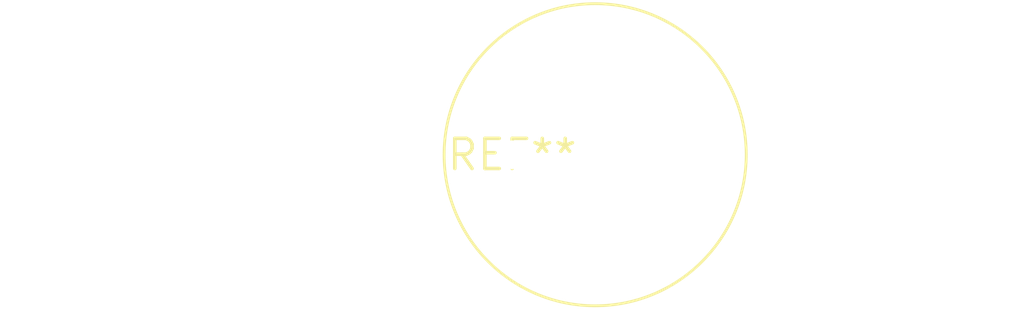
<source format=kicad_pcb>
(kicad_pcb (version 20240108) (generator pcbnew)
  (layers (0 "F.Cu" signal) (31 "B.Cu" signal) (34 "B.Paste" user) (35 "F.Paste" user) (36 "B.SilkS" user "B.Silkscreen") (37 "F.SilkS" user "F.Silkscreen") (38 "B.Mask" user) (39 "F.Mask" user) (44 "Edge.Cuts" user))
  (net 0 "")
  (footprint "L_Radial_D12.5mm_P7.00mm_Fastron_09HCP" (layer "F.Cu") (at 0 0)
    (property "Reference" "REF**")
    (property "Value" "L_Radial_D12.5mm_P7.00mm_Fastron_09HCP")
    (fp_circle (center 3.5 0) (end 9.87 0) (layer "F.SilkS") (stroke (width 0.12)) (fill none))
    (pad "1" thru_hole circle (at 0 0) (size 2.4 2.4) (drill 1.2) (layers *.Cu *.Mask) (remove_unused_layers))
    (pad "2" thru_hole circle (at 7 0) (size 2.4 2.4) (drill 1.2) (layers *.Cu *.Mask) (remove_unused_layers))
  )
)
</source>
